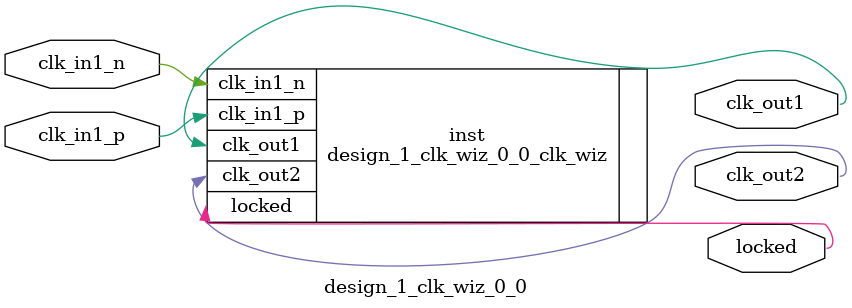
<source format=v>


`timescale 1ps/1ps

(* CORE_GENERATION_INFO = "design_1_clk_wiz_0_0,clk_wiz_v6_0_15_0_0,{component_name=design_1_clk_wiz_0_0,use_phase_alignment=false,use_min_o_jitter=false,use_max_i_jitter=false,use_dyn_phase_shift=false,use_inclk_switchover=false,use_dyn_reconfig=false,enable_axi=0,feedback_source=FDBK_AUTO,PRIMITIVE=MMCM,num_out_clk=2,clkin1_period=5.0,clkin2_period=10.0,use_power_down=false,use_reset=false,use_locked=true,use_inclk_stopped=false,feedback_type=SINGLE,CLOCK_MGR_TYPE=NA,manual_override=false}" *)

module design_1_clk_wiz_0_0 
 (
  // Clock out ports
  output        clk_out1,
  output        clk_out2,
  // Status and control signals
  output        locked,
 // Clock in ports
  input         clk_in1_p,
  input         clk_in1_n
 );

  design_1_clk_wiz_0_0_clk_wiz inst
  (
  // Clock out ports  
  .clk_out1(clk_out1),
  .clk_out2(clk_out2),
  // Status and control signals               
  .locked(locked),
 // Clock in ports
  .clk_in1_p(clk_in1_p),
  .clk_in1_n(clk_in1_n)
  );

endmodule

</source>
